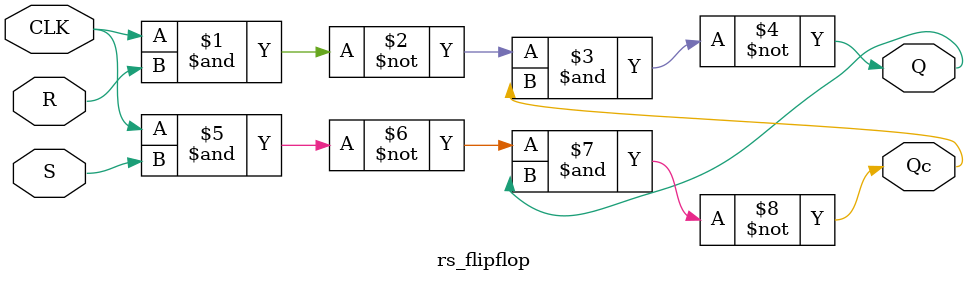
<source format=v>
`timescale 1ns / 1ps

module rs_flipflop(
    input CLK, 
    input R, 
    input S,
    output Q, 
    output Qc
    );
    
    assign Q = ~(~(CLK & R) & Qc);
    assign Qc = ~(~(CLK & S) & Q);
endmodule
</source>
